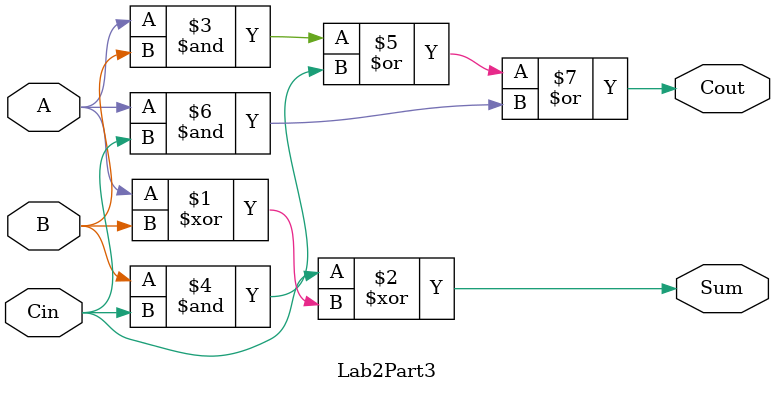
<source format=v>
`timescale 1ns / 1ps
module Lab2Part3(A,B,Cin,Sum, Cout);//Declares variables

input A, B, Cin;//Defines inputs
output Sum, Cout;//Defines outputs

assign Sum = Cin ^(A ^ B);
assign Cout = (A & B) | (B & Cin) | (A & Cin);
endmodule

</source>
